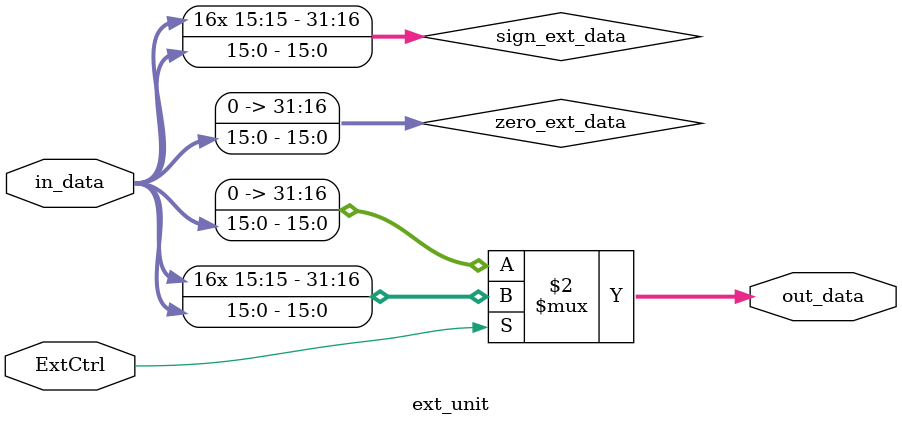
<source format=v>
`timescale 1ns / 1ps


module ext_unit( //À©Õ¹µ¥Ôª
    input [15:0] in_data,
    input ExtCtrl, //À©Õ¹·½Ê½µÄ¿ØÖÆÐÅºÅ
    output wire [31:0] out_data
);
wire [31:0] zero_ext_data; //0À©Õ¹
assign zero_ext_data = {16'b0, in_data};
wire [31:0] sign_ext_data; //·ûºÅÀ©Õ¹
assign sign_ext_data = {{16{in_data[15]}}, in_data};
assign out_data = (ExtCtrl == 1'b0) ? zero_ext_data : sign_ext_data;

endmodule

</source>
